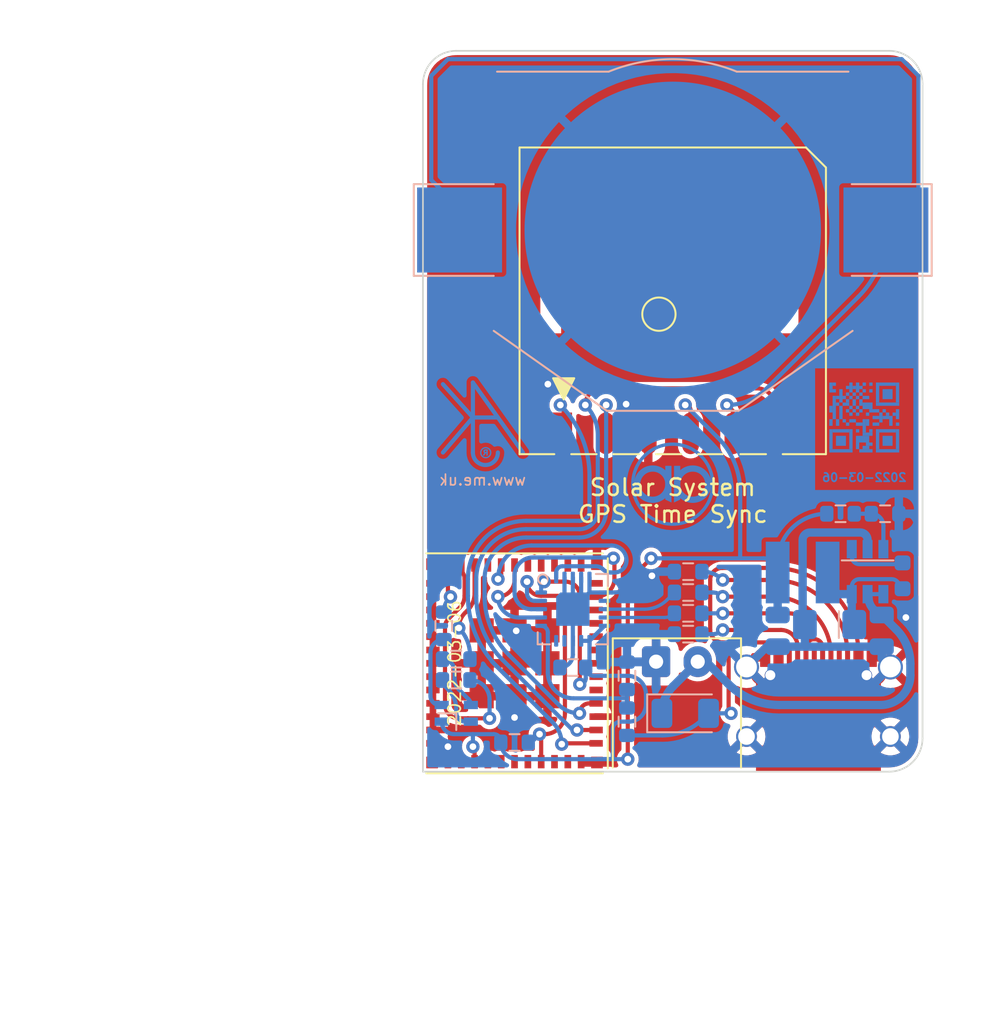
<source format=kicad_pcb>
(kicad_pcb (version 20211014) (generator pcbnew)
  (title_block (title "GPS reference") (date "${DATE}") (rev "5") (company "Adrian Kennard Andrews & Arnold Ltd") (comment 1 "www.me.uk") (comment 2 "@TheRealRevK"))
  (layers (0 "F.Cu" signal) (31 "B.Cu" signal) (34 "B.Paste" user) (35 "F.Paste" user) (36 "B.SilkS" user "B.Silkscreen") (37 "F.SilkS" user "F.Silkscreen") (38 "B.Mask" user) (39 "F.Mask" user) (44 "Edge.Cuts" user))
  (property "DATE" "2022-03-06")
  (net 0 "")
  (net 1 "D+")
  (net 2 "GND")
  (net 3 "D-")
  (net 4 "+3V3")
  (net 5 "VBUS")
  (net 6 "Net-(D2-Pad2)")
  (net 7 "O")
  (net 8 "I")
  (net 9 "Net-(D2-Pad3)")
  (net 10 "Net-(D2-Pad4)")
  (net 11 "Net-(J2-PadA5)")
  (net 12 "Net-(J2-PadA6)")
  (net 13 "EN")
  (net 14 "DC")
  (net 16 "BOOT")
  (net 17 "G")
  (net 18 "R")
  (net 19 "B")
  (net 20 "Net-(J2-PadB5)")
  (net 23 "TICK")
  (net 24 "Net-(BT1-Pad1)")
  (net 25 "GPSTX")
  (net 26 "GPSRX")
  (net 30 "Net-(R12-Pad2)")
  (net 33 "Net-(J2-PadA7)")
  (net 53 "Net-(R6-Pad2)")
  (footprint "RevK:USC16-TR-Round" (layer "F.Cu") (at 108.75 128.25)
    (fp_text reference "J2" hide)
    (fp_text value "USB-C")
  )
  (footprint "RevK:ESP32-PICO-MINI-02" (layer "F.Cu") (at 90.5 121.75 90)
    (fp_text reference "U2" hide)
    (fp_text value "ESP32-PICO-MINI-02")
  )
  (footprint "RevK:Molex_MiniSPOX_H2RA" (layer "F.Cu") (at 100.25 121.65)
    (fp_text reference "J1" hide)
    (fp_text value "DC")
  )
  (footprint "RevK:L86-M33" (layer "F.Cu") (at 100 100 -90)
    (fp_text reference "U1" hide)
    (fp_text value "L86-M33")
  )
  (footprint "RevK:QFN-20-1EP_4x4mm_P0.5mm_EP2.5x2.5mm" (layer "B.Cu") (at 94 118.5 -90)
    (fp_text reference "U3" hide)
    (fp_text value "FT231XQ")
  )
  (footprint "RevK:R_0603" (layer "B.Cu") (at 90.5 126.5)
    (fp_text reference "R1" hide)
    (fp_text value "10k")
  )
  (footprint "RevK:R_0603" (layer "B.Cu") (at 100.925 117.5 180)
    (fp_text reference "R5" hide)
    (fp_text value "27R")
  )
  (footprint "RevK:LED-RGB-1.6x1.6" (layer "B.Cu") (at 87 124.75 180)
    (fp_text reference "D2" hide)
    (fp_text value "LED_RGBA")
  )
  (footprint "RevK:R_0603" (layer "B.Cu") (at 100.925 116.25)
    (fp_text reference "R3" hide)
    (fp_text value "5K1")
  )
  (footprint "RevK:Hidden" (layer "B.Cu") (at 61.255 142.22 180)
    (fp_text reference "D3" hide)
    (fp_text value "Schottky")
  )
  (footprint "RevK:QR-SS" (layer "B.Cu") (at 111.5 107 180)
    (fp_text reference "U5" hide)
    (fp_text value "QR" hide)
  )
  (footprint "RevK:R_0603" (layer "B.Cu") (at 100.925 118.75 180)
    (fp_text reference "R4" hide)
    (fp_text value "27R")
  )
  (footprint "RevK:R_0603" (layer "B.Cu") (at 87 121.5)
    (fp_text reference "R10" hide)
    (fp_text value "2K")
  )
  (footprint "Diode_SMD:D_1206_3216Metric" (layer "B.Cu") (at 100.75 124.75)
    (fp_text reference "D1" hide)
    (fp_text value "D" hide)
  )
  (footprint "RevK:R_0603" (layer "B.Cu") (at 97.25 122.5 90)
    (fp_text reference "R7" hide)
    (fp_text value "10k")
  )
  (footprint "RevK:R_0603" (layer "B.Cu") (at 87 122.75)
    (fp_text reference "R9" hide)
    (fp_text value "680R")
  )
  (footprint "RevK:Hidden" (layer "B.Cu") (at 63.375 142.23 180)
    (fp_text reference "L1" hide)
    (fp_text value "6.8uH")
  )
  (footprint "RevK:RegulatorBlockFB" (layer "B.Cu") (at 111.7 116.25 180)
    (fp_text reference "U4" hide)
    (fp_text value "LMR16006+FB")
  )
  (footprint "RevK:Hidden" (layer "B.Cu") (at 67.615 142.23 180)
    (fp_text reference "C2" hide)
    (fp_text value "0.1uF")
  )
  (footprint "RevK:R_0603" (layer "B.Cu") (at 112.75 112.775 180)
    (fp_text reference "R12" hide)
    (fp_text value "3M 1% or NF")
  )
  (footprint "RevK:Hidden" (layer "B.Cu") (at 65.495 142.23 180)
    (fp_text reference "C3" hide)
    (fp_text value "2.2uF")
  )
  (footprint "RevK:Hidden" (layer "B.Cu") (at 62.885 125.115 180)
    (fp_text reference "C4" hide)
    (fp_text value "10uF")
  )
  (footprint "RevK:R_0603" (layer "B.Cu") (at 97.25 125.25 90)
    (fp_text reference "R6" hide)
    (fp_text value "4k7")
  )
  (footprint "RevK:R_0603" (layer "B.Cu") (at 86.25 119.5 90)
    (fp_text reference "R11" hide)
    (fp_text value "220R")
  )
  (footprint "RevK:AA" (layer "B.Cu") (at 100 111 180)
    (fp_text reference "Logo1" hide)
    (fp_text value "AA" hide)
  )
  (footprint "Battery:BatteryHolder_Keystone_3002_1x2032" (layer "B.Cu") (at 100 95.75 180)
    (fp_text reference "BT1" hide)
    (fp_text value "Battery_Cell")
  )
  (footprint "RevK:C_0603" (layer "B.Cu") (at 94 122 180)
    (fp_text reference "C1" hide)
    (fp_text value "0.1uF")
  )
  (footprint "RevK:R_0603" (layer "B.Cu") (at 100.925 120 180)
    (fp_text reference "R2" hide)
    (fp_text value "5K1")
  )
  (footprint "RevK:AJK" (layer "B.Cu") (at 88 107 180)
    (fp_text reference "Logo2" hide)
    (fp_text value "AJK" hide)
  )
  (footprint "RevK:R_0603" (layer "B.Cu") (at 110.075 112.775)
    (fp_text reference "R8" hide)
    (fp_text value "10M 1% or 0R")
  )
  (gr_arc (start 113 85) (mid 114.414214 85.585786) (end 115 87) (layer "Edge.Cuts") (width 0.1))
  (gr_line (start 87 85) (end 113 85) (layer "Edge.Cuts") (width 0.1))
  (gr_arc (start 115 126.25) (mid 114.414214 127.664214) (end 113 128.25) (layer "Edge.Cuts") (width 0.1))
  (gr_arc (start 85 87) (mid 85.585786 85.585786) (end 87 85) (layer "Edge.Cuts") (width 0.1))
  (gr_line (start 85 87) (end 85 128.25) (layer "Edge.Cuts") (width 0.1))
  (gr_line (start 113 128.25) (end 85 128.25) (layer "Edge.Cuts") (width 0.1))
  (gr_line (start 115 87) (end 115 126.25) (layer "Edge.Cuts") (width 0.1))
  (gr_text "Solar System\nGPS Time Sync" (at 100 112) (layer "F.SilkS") (effects (font (size 1 1))))
  (segment (start 100.1 117.5) (end 99.665686 117.934314) (width 0.2) (layer "B.Cu") (net 1))
  (segment (start 98.3 118.5) (end 95.9 118.5) (width 0.2) (layer "B.Cu") (net 1))
  (arc (start 99.665686 117.934314) (mid 99.039104 118.352983) (end 98.3 118.5) (width 0.2) (layer "B.Cu") (net 1))
  (via (at 90.5 125) (size 0.8) (drill 0.4) (layers "F.Cu" "B.Cu") (net 2))
  (via (at 86.5 126.75) (size 0.8) (drill 0.4) (layers "F.Cu" "B.Cu") (net 2))
  (via (at 90.6 119.8) (size 0.8) (drill 0.4) (layers "F.Cu" "B.Cu") (net 2))
  (via (at 98.75 116.5) (size 0.8) (drill 0.4) (layers "F.Cu" "B.Cu") (net 2))
  (via (at 92.5 105) (size 0.8) (drill 0.4) (layers "F.Cu" "B.Cu") (net 2))
  (via (at 97.2 106.2) (size 0.8) (drill 0.4) (layers "F.Cu" "B.Cu") (net 2))
  (via (at 114 119) (size 0.8) (drill 0.4) (layers "F.Cu" "B.Cu") (net 2))
  (segment (start 95.9 117.5) (end 96.335787 117.5) (width 0.25) (layer "B.Cu") (net 2))
  (segment (start 93.5 116.6) (end 93.5 118) (width 0.25) (layer "B.Cu") (net 2))
  (segment (start 94.5 116.6) (end 94.5 118) (width 0.25) (layer "B.Cu") (net 2))
  (segment (start 94 120.4) (end 94 121.225) (width 0.25) (layer "B.Cu") (net 2))
  (segment (start 95 116.6) (end 95 117.5) (width 0.25) (layer "B.Cu") (net 2))
  (segment (start 94 120.4) (end 94 118.5) (width 0.25) (layer "B.Cu") (net 2))
  (segment (start 93.5 118) (end 94 118.5) (width 0.25) (layer "B.Cu") (net 2))
  (segment (start 106.3 120.75) (end 105.65 120.75) (width 0.5) (layer "B.Cu") (net 2))
  (segment (start 112.55 120.75) (end 112.55 121.45) (width 0.5) (layer "B.Cu") (net 2))
  (segment (start 94 116.6) (end 94 118.5) (width 0.25) (layer "B.Cu") (net 2))
  (segment (start 113.575 112.775) (end 113.84952 113.04952) (width 0.25) (layer "B.Cu") (net 2))
  (segment (start 100.1 116.25) (end 99.353553 116.25) (width 0.25) (layer "B.Cu") (net 2))
  (segment (start 112.55 121.45) (end 113.07 121.97) (width 0.5) (layer "B.Cu") (net 2))
  (segment (start 105.65 120.75) (end 104.43 121.97) (width 0.5) (layer "B.Cu") (net 2))
  (segment (start 113.575 112.775) (end 113.875 112.775) (width 0.25) (layer "B.Cu") (net 2))
  (segment (start 94 118.5) (end 95 117.5) (width 0.25) (layer "B.Cu") (net 2))
  (segment (start 114.59952 113.49952) (end 114.59952 118.40048) (width 0.25) (layer "B.Cu") (net 2))
  (segment (start 95.9 117.5) (end 95 117.5) (width 0.25) (layer "B.Cu") (net 2))
  (arc (start 113.875 112.775) (mid 114.387313 112.987207) (end 114.59952 113.49952) (width 0.25) (layer "B.Cu") (net 2))
  (arc (start 114 119) (mid 114.423925 118.824405) (end 114.59952 118.40048) (width 0.25) (layer "B.Cu") (net 2))
  (arc (start 96.335787 117.5) (mid 97.64235 117.240108) (end 98.75 116.5) (width 0.25) (layer "B.Cu") (net 2))
  (arc (start 94 121.225) (mid 93.773008 121.773008) (end 93.225 122) (width 0.25) (layer "B.Cu") (net 2))
  (arc (start 99.353553 116.25) (mid 99.026913 116.314973) (end 98.75 116.5) (width 0.25) (layer "B.Cu") (net 2))
  (segment (start 99.496447 119) (end 95.9 119) (width 0.2) (layer "B.Cu") (net 3))
  (arc (start 100.1 118.75) (mid 99.823087 118.935027) (end 99.496447 119) (width 0.2) (layer "B.Cu") (net 3))
  (segment (start 101.07 107.95) (end 101.07 106.57) (width 0.25) (layer "F.Cu") (net 4))
  (segment (start 94.417851 123.006805) (end 94.417851 117.717851) (width 0.25) (layer "F.Cu") (net 4))
  (segment (start 92.2755 116.849502) (end 93.549502 116.849502) (width 0.25) (layer "F.Cu") (net 4))
  (segment (start 98.70048 115.45048) (end 98.253916 115.897044) (width 0.25) (layer "F.Cu") (net 4))
  (segment (start 88.1 127.65) (end 88.1 126.85) (width 0.25) (layer "F.Cu") (net 4))
  (segment (start 97.3 118.2) (end 97.3 127.5) (width 0.25) (layer "F.Cu") (net 4))
  (via (at 100.75 106.25) (size 0.8) (drill 0.4) (layers "F.Cu" "B.Cu") (net 4))
  (via (at 94.417851 123.006805) (size 0.8) (drill 0.4) (layers "F.Cu" "B.Cu") (net 4))
  (via (at 98.70048 115.45048) (size 0.8) (drill 0.4) (layers "F.Cu" "B.Cu") (net 4))
  (via (at 88 126.75) (size 0.8) (drill 0.4) (layers "F.Cu" "B.Cu") (net 4))
  (via (at 92.2755 116.849502) (size 0.8) (drill 0.4) (layers "F.Cu" "B.Cu") (net 4))
  (via (at 97.3 127.5) (size 0.8) (drill 0.4) (layers "F.Cu" "B.Cu") (net 4))
  (arc (start 94.417851 117.717851) (mid 94.163517 117.103836) (end 93.549502 116.849502) (width 0.25) (layer "F.Cu") (net 4))
  (arc (start 88.1 126.85) (mid 88.070711 126.779289) (end 88 126.75) (width 0.25) (layer "F.Cu") (net 4))
  (arc (start 101.07 106.57) (mid 100.976274 106.343726) (end 100.75 106.25) (width 0.25) (layer "F.Cu") (net 4))
  (arc (start 98.253916 115.897044) (mid 97.547915 116.953649) (end 97.3 118.2) (width 0.25) (layer "F.Cu") (net 4))
  (segment (start 106.3 116.3) (end 106.3 115.725) (width 0.25) (layer "B.Cu") (net 4))
  (segment (start 97.283566 122.5) (end 95.275 122.5) (width 0.25) (layer "B.Cu") (net 4))
  (segment (start 98.391783 124.208217) (end 98.391783 123.608217) (width 0.25) (layer "B.Cu") (net 4))
  (segment (start 96.858217 125.25) (end 97.35 125.25) (width 0.25) (layer "B.Cu") (net 4))
  (segment (start 95.5 127.5) (end 96.399502 127.5) (width 0.25) (layer "B.Cu") (net 4))
  (segment (start 104.04952 115.45048) (end 98.70048 115.45048) (width 0.25) (layer "B.Cu") (net 4))
  (segment (start 88 126.75) (end 88 126) (width 0.25) (layer "B.Cu") (net 4))
  (segment (start 104.04952 115.45048) (end 105.45048 115.45048) (width 0.25) (layer "B.Cu") (net 4))
  (segment (start 104.04952 111.45048) (end 104.04952 115.45048) (width 0.25) (layer "B.Cu") (net 4))
  (segment (start 95 121.775) (end 94.775 122) (width 0.25) (layer "B.Cu") (net 4))
  (segment (start 96.399502 127.5) (end 96.399502 125.708715) (width 0.25) (layer "B.Cu") (net 4))
  (segment (start 95.5 127.5) (end 97.3 127.5) (width 0.25) (layer "B.Cu") (net 4))
  (segment (start 95 120.4) (end 95.9 119.5) (width 0.25) (layer "B.Cu") (net 4))
  (segment (start 89.25 126) (end 88 126) (width 0.25) (layer "B.Cu") (net 4))
  (segment (start 90.675 127.5) (end 95.5 127.5) (width 0.25) (layer "B.Cu") (net 4))
  (segment (start 92.1 117.5) (end 92.1 117.025002) (width 0.25) (layer "B.Cu") (net 4))
  (segment (start 95 120.4) (end 95 121.775) (width 0.25) (layer "B.Cu") (net 4))
  (segment (start 94.775 122) (end 94.775 122.649656) (width 0.25) (layer "B.Cu") (net 4))
  (segment (start 88 126) (end 86.875 126) (width 0.25) (layer "B.Cu") (net 4))
  (segment (start 94.5 120.4) (end 95 120.4) (width 0.25) (layer "B.Cu") (net 4))
  (segment (start 89.675 126.5) (end 89.675 126.425) (width 0.25) (layer "B.Cu") (net 4))
  (segment (start 100.75 106.25) (end 102.705338 108.205338) (width 0.25) (layer "B.Cu") (net 4))
  (arc (start 94.775 122.649656) (mid 94.670393 122.902198) (end 94.417851 123.006805) (width 0.25) (layer "B.Cu") (net 4))
  (arc (start 106.3 115.725) (mid 107.164035 113.639035) (end 109.25 112.775) (width 0.25) (layer "B.Cu") (net 4))
  (arc (start 105.45048 115.45048) (mid 106.051181 115.699299) (end 106.3 116.3) (width 0.25) (layer "B.Cu") (net 4))
  (arc (start 89.675 126.425) (mid 89.55052 126.12448) (end 89.25 126) (width 0.25) (layer "B.Cu") (net 4))
  (arc (start 94.775 122) (mid 94.921447 122.353553) (end 95.275 122.5) (width 0.25) (layer "B.Cu") (net 4))
  (arc (start 97.35 125.25) (mid 98.086652 124.944869) (end 98.391783 124.208217) (width 0.25) (layer "B.Cu") (net 4))
  (arc (start 102.705338 108.205338) (mid 103.700178 109.694222) (end 104.04952 111.45048) (width 0.25) (layer "B.Cu") (net 4))
  (arc (start 96.399502 125.708715) (mid 96.533857 125.384355) (end 96.858217 125.25) (width 0.25) (layer "B.Cu") (net 4))
  (arc (start 98.391783 123.608217) (mid 98.067194 122.824589) (end 97.283566 122.5) (width 0.25) (layer "B.Cu") (net 4))
  (arc (start 92.1 117.025002) (mid 92.151403 116.900905) (end 92.2755 116.849502) (width 0.25) (layer "B.Cu") (net 4))
  (arc (start 89.675 126.5) (mid 89.967893 127.207107) (end 90.675 127.5) (width 0.25) (layer "B.Cu") (net 4))
  (arc (start 86.875 126) (mid 86.34467 125.78033) (end 86.125 125.25) (width 0.25) (layer "B.Cu") (net 4))
  (segment (start 102.25 116.75) (end 102.25 119.75) (width 0.25) (layer "F.Cu") (net 5))
  (segment (start 102.995489 120.495489) (end 103.254511 120.495489) (width 0.25) (layer "F.Cu") (net 5))
  (segment (start 106.35 120.75) (end 106.35 121.39) (width 0.25) (layer "F.Cu") (net 5))
  (segment (start 103.355489 120.596467) (end 103.355489 124.605489) (width 0.25) (layer "F.Cu") (net 5))
  (segment (start 103.254511 120.495489) (end 106.095489 120.495489) (width 0.25) (layer "F.Cu") (net 5))
  (segment (start 111.15 121.39) (end 111.15 121.15) (width 0.25) (layer "F.Cu") (net 5))
  (segment (start 106.025499 116.025499) (end 102.974501 116.025499) (width 0.25) (layer "F.Cu") (net 5))
  (via (at 103.5 124.75) (size 0.8) (drill 0.4) (layers "F.Cu" "B.Cu") (net 5))
  (arc (start 103.355489 124.605489) (mid 103.397815 124.707674) (end 103.5 124.75) (width 0.25) (layer "F.Cu") (net 5))
  (arc (start 102.974501 116.025499) (mid 102.462201 116.2377) (end 102.25 116.75) (width 0.25) (layer "F.Cu") (net 5))
  (arc (start 111.15 121.15) (mid 109.649068 117.526431) (end 106.025499 116.025499) (width 0.25) (layer "F.Cu") (net 5))
  (arc (start 106.095489 120.495489) (mid 106.275455 120.570034) (end 106.35 120.75) (width 0.25) (layer "F.Cu") (net 5))
  (arc (start 102.25 119.75) (mid 102.468349 120.27714) (end 102.995489 120.495489) (width 0.25) (layer "F.Cu") (net 5))
  (segment (start 102.15 124.75) (end 101.850306 125.049694) (width 0.25) (layer "B.Cu") (net 5))
  (segment (start 99.375 126.075) (end 97.25 126.075) (width 0.25) (layer "B.Cu") (net 5))
  (segment (start 103.5 124.75) (end 102.15 124.75) (width 0.25) (layer "B.Cu") (net 5))
  (arc (start 101.850306 125.049694) (mid 100.714626 125.808532) (end 99.375 126.075) (width 0.25) (layer "B.Cu") (net 5))
  (segment (start 86.175 122.75) (end 86.175 122.975978) (width 0.25) (layer "B.Cu") (net 6))
  (segment (start 87.875 125.25) (end 87.550978 125.25) (width 0.25) (layer "B.Cu") (net 6))
  (segment (start 86.505717 123.306696) (end 86.499511 123.300489) (width 0.25) (layer "B.Cu") (net 6))
  (segment (start 87 124.5) (end 87 124.699022) (width 0.25) (layer "B.Cu") (net 6))
  (segment (start 86.175 122.975978) (end 86.499511 123.300489) (width 0.25) (layer "B.Cu") (net 6))
  (arc (start 87 124.5) (mid 86.87154 123.854188) (end 86.505717 123.306696) (width 0.25) (layer "B.Cu") (net 6))
  (arc (start 87.550978 125.25) (mid 87.161378 125.088622) (end 87 124.699022) (width 0.25) (layer "B.Cu") (net 6))
  (segment (start 89.7 115.85) (end 89.7 116.500801) (width 0.25) (layer "F.Cu") (net 7))
  (via (at 89.505834 116.694967) (size 0.8) (drill 0.4) (layers "F.Cu" "B.Cu") (net 7))
  (arc (start 89.7 116.500801) (mid 89.64313 116.638097) (end 89.505834 116.694967) (width 0.25) (layer "F.Cu") (net 7))
  (segment (start 95.378672 115.92548) (end 93.37452 115.92548) (width 0.25) (layer "B.Cu") (net 7))
  (segment (start 93 116.3) (end 93 116.6) (width 0.25) (layer "B.Cu") (net 7))
  (segment (start 91.519818 114.680983) (end 96.329985 114.680983) (width 0.25) (layer "B.Cu") (net 7))
  (segment (start 96.5 116.3) (end 96.282842 116.3) (width 0.25) (layer "B.Cu") (net 7))
  (arc (start 93.37452 115.92548) (mid 93.109694 116.035174) (end 93 116.3) (width 0.25) (layer "B.Cu") (net 7))
  (arc (start 89.505834 116.694967) (mid 90.095716 115.270865) (end 91.519818 114.680983) (width 0.25) (layer "B.Cu") (net 7))
  (arc (start 97.224501 115.575499) (mid 97.0123 116.087799) (end 96.5 116.3) (width 0.25) (layer "B.Cu") (net 7))
  (arc (start 96.282842 116.3) (mid 96.02153 116.248022) (end 95.8 116.1) (width 0.25) (layer "B.Cu") (net 7))
  (arc (start 96.329985 114.680983) (mid 96.962503 114.942981) (end 97.224501 115.575499) (width 0.25) (layer "B.Cu") (net 7))
  (arc (start 95.8 116.1) (mid 95.606693 115.970837) (end 95.378672 115.92548) (width 0.25) (layer "B.Cu") (net 7))
  (segment (start 90.5 115.85) (end 90.5 116.75) (width 0.25) (layer "F.Cu") (net 8))
  (via (at 89.5 117.75) (size 0.8) (drill 0.4) (layers "F.Cu" "B.Cu") (net 8))
  (arc (start 90.5 116.75) (mid 90.207107 117.457107) (end 89.5 117.75) (width 0.25) (layer "F.Cu") (net 8))
  (segment (start 92.1 119) (end 90.75 119) (width 0.25) (layer "B.Cu") (net 8))
  (arc (start 90.75 119) (mid 89.866117 118.633883) (end 89.5 117.75) (width 0.25) (layer "B.Cu") (net 8))
  (segment (start 86.89952 122.22452) (end 86.89952 122.69952) (width 0.25) (layer "B.Cu") (net 9))
  (segment (start 87.157808 123.323082) (end 87.726701 123.891975) (width 0.25) (layer "B.Cu") (net 9))
  (arc (start 86.175 121.5) (mid 86.687313 121.712207) (end 86.89952 122.22452) (width 0.25) (layer "B.Cu") (net 9))
  (arc (start 86.89952 122.69952) (mid 86.966647 123.03699) (end 87.157808 123.323082) (width 0.25) (layer "B.Cu") (net 9))
  (arc (start 87.726701 123.891975) (mid 87.836458 124.056238) (end 87.875 124.25) (width 0.25) (layer "B.Cu") (net 9))
  (segment (start 86.125 124.25) (end 86 124.25) (width 0.25) (layer "B.Cu") (net 10))
  (segment (start 85.45048 123.70048) (end 85.45048 121.14952) (width 0.25) (layer "B.Cu") (net 10))
  (segment (start 85.45048 121.14952) (end 85.45048 121.12452) (width 0.25) (layer "B.Cu") (net 10))
  (arc (start 86 124.25) (mid 85.611431 124.089049) (end 85.45048 123.70048) (width 0.25) (layer "B.Cu") (net 10))
  (arc (start 85.45048 121.12452) (mid 85.684654 120.559174) (end 86.25 120.325) (width 0.25) (layer "B.Cu") (net 10))
  (segment (start 106.495006 119.75) (end 103 119.75) (width 0.25) (layer "F.Cu") (net 11))
  (segment (start 107.5 121.39) (end 107.5 120.754994) (width 0.25) (layer "F.Cu") (net 11))
  (via (at 103 119.75) (size 0.8) (drill 0.4) (layers "F.Cu" "B.Cu") (net 11))
  (arc (start 107.5 120.754994) (mid 107.205644 120.044356) (end 106.495006 119.75) (width 0.25) (layer "F.Cu") (net 11))
  (segment (start 101.75 120) (end 102.396447 120) (width 0.25) (layer "B.Cu") (net 11))
  (arc (start 102.396447 120) (mid 102.723088 119.935027) (end 103 119.75) (width 0.25) (layer "B.Cu") (net 11))
  (segment (start 103 117.75) (end 106 117.75) (width 0.25) (layer "F.Cu") (net 12))
  (segment (start 108.5 121.39) (end 108.5 121.9) (width 0.25) (layer "F.Cu") (net 12))
  (segment (start 109.5 121.39) (end 109.5 121.25) (width 0.25) (layer "F.Cu") (net 12))
  (segment (start 109.5 121.9) (end 109.5 121.39) (width 0.25) (layer "F.Cu") (net 12))
  (via (at 103 117.75) (size 0.8) (drill 0.4) (layers "F.Cu" "B.Cu") (net 12))
  (arc (start 109 122.4) (mid 109.353553 122.253553) (end 109.5 121.9) (width 0.25) (layer "F.Cu") (net 12))
  (arc (start 108.5 121.9) (mid 108.646447 122.253553) (end 109 122.4) (width 0.25) (layer "F.Cu") (net 12))
  (arc (start 109.5 121.25) (mid 108.474874 118.775126) (end 106 117.75) (width 0.25) (layer "F.Cu") (net 12))
  (segment (start 101.75 117.5) (end 102.396447 117.5) (width 0.25) (layer "B.Cu") (net 12))
  (arc (start 102.396447 117.5) (mid 102.723087 117.564973) (end 103 117.75) (width 0.25) (layer "B.Cu") (net 12))
  (segment (start 91.25 116.85) (end 91.25 116.849502) (width 0.25) (layer "F.Cu") (net 13))
  (segment (start 93.524511 124.774511) (end 93.524511 118.124511) (width 0.25) (layer "F.Cu") (net 13))
  (segment (start 92.1 127.65) (end 92.1 126.1) (width 0.25) (layer "F.Cu") (net 13))
  (segment (start 92.1 126.1) (end 92 126) (width 0.25) (layer "F.Cu") (net 13))
  (segment (start 92 126) (end 92.299022 126) (width 0.25) (layer "F.Cu") (net 13))
  (segment (start 93.1 117.7) (end 92.1 117.7) (width 0.25) (layer "F.Cu") (net 13))
  (via (at 91.25 116.849502) (size 0.8) (drill 0.4) (layers "F.Cu" "B.Cu") (net 13))
  (via (at 92 126) (size 0.8) (drill 0.4) (layers "F.Cu" "B.Cu") (net 13))
  (arc (start 93.524511 118.124511) (mid 93.400175 117.824336) (end 93.1 117.7) (width 0.25) (layer "F.Cu") (net 13))
  (arc (start 92.1 117.7) (mid 91.498959 117.451041) (end 91.25 116.85) (width 0.25) (layer "F.Cu") (net 13))
  (arc (start 92.299022 126) (mid 93.165574 125.641063) (end 93.524511 124.774511) (width 0.25) (layer "F.Cu") (net 13))
  (segment (start 91.25 117.547328) (end 91.25 116.849502) (width 0.25) (layer "B.Cu") (net 13))
  (segment (start 92.1 118) (end 91.702672 118) (width 0.25) (layer "B.Cu") (net 13))
  (segment (start 92 126) (end 91.623744 126.376256) (width 0.25) (layer "B.Cu") (net 13))
  (arc (start 91.702672 118) (mid 91.382585 117.867415) (end 91.25 117.547328) (width 0.25) (layer "B.Cu") (net 13))
  (arc (start 91.623744 126.376256) (mid 91.486679 126.46784) (end 91.325 126.5) (width 0.25) (layer "B.Cu") (net 13))
  (segment (start 112.55 118.85) (end 113.420982 119.720982) (width 0.5) (layer "B.Cu") (net 14))
  (segment (start 102 121.65) (end 101.5 121.65) (width 0.5) (layer "B.Cu") (net 14))
  (segment (start 114.269511 121.769511) (end 114.269511 122.466855) (width 0.5) (layer "B.Cu") (net 14))
  (segment (start 103.325 122.975) (end 102 121.65) (width 0.5) (layer "B.Cu") (net 14))
  (segment (start 112.486366 124.25) (end 106.403122 124.25) (width 0.5) (layer "B.Cu") (net 14))
  (segment (start 101.5 121.65) (end 100.021752 123.128248) (width 0.5) (layer "B.Cu") (net 14))
  (segment (start 112.65 117.6) (end 111.7 117.6) (width 0.25) (layer "B.Cu") (net 14))
  (arc (start 114.269511 122.466855) (mid 113.74724 123.727729) (end 112.486366 124.25) (width 0.5) (layer "B.Cu") (net 14))
  (arc (start 106.403122 124.25) (mid 104.737254 123.918638) (end 103.325 122.975) (width 0.5) (layer "B.Cu") (net 14))
  (arc (start 113.420982 119.720982) (mid 114.048985 120.660855) (end 114.269511 121.769511) (width 0.5) (layer "B.Cu") (net 14))
  (arc (start 100.021752 123.128248) (mid 99.524583 123.872314) (end 99.35 124.75) (width 0.5) (layer "B.Cu") (net 14))
  (segment (start 96.498145 115.508992) (end 96.432724 115.443571) (width 0.25) (layer "F.Cu") (net 16))
  (segment (start 96.498145 116.746075) (end 96.498145 115.508992) (width 0.25) (layer "F.Cu") (net 16))
  (via (at 96.432724 115.443571) (size 0.8) (drill 0.4) (layers "F.Cu" "B.Cu") (net 16))
  (arc (start 95.4 117.75) (mid 96.143149 117.461004) (end 96.498145 116.746075) (width 0.25) (layer "F.Cu") (net 16))
  (segment (start 96.389153 115.4) (end 96.432724 115.443571) (width 0.25) (layer "B.Cu") (net 16))
  (segment (start 91.6 115.4) (end 96.389153 115.4) (width 0.25) (layer "B.Cu") (net 16))
  (segment (start 90.5 117.5) (end 90.5 116.5) (width 0.25) (layer "B.Cu") (net 16))
  (segment (start 92.1 118.5) (end 91.5 118.5) (width 0.25) (layer "B.Cu") (net 16))
  (arc (start 91.5 118.5) (mid 90.792893 118.207107) (end 90.5 117.5) (width 0.25) (layer "B.Cu") (net 16))
  (arc (start 90.5 116.5) (mid 90.822183 115.722183) (end 91.6 115.4) (width 0.25) (layer "B.Cu") (net 16))
  (segment (start 88.1 117.54896) (end 88.1 115.85) (width 0.25) (layer "F.Cu") (net 17))
  (segment (start 87.528771 118.721229) (end 87.675 118.575) (width 0.25) (layer "F.Cu") (net 17))
  (via (at 87.152514 119.629594) (size 0.8) (drill 0.4) (layers "F.Cu" "B.Cu") (net 17))
  (arc (start 87.675 118.575) (mid 87.989546 118.104249) (end 88.1 117.54896) (width 0.25) (layer "F.Cu") (net 17))
  (arc (start 87.152514 119.629594) (mid 87.2503 119.13799) (end 87.528771 118.721229) (width 0.25) (layer "F.Cu") (net 17))
  (segment (start 87.825 121.5) (end 87.825 121.253118) (width 0.25) (layer "B.Cu") (net 17))
  (arc (start 87.825 121.253118) (mid 87.650227 120.374473) (end 87.152514 119.629594) (width 0.25) (layer "B.Cu") (net 17))
  (segment (start 87.700498 125.049502) (end 87.149502 125.049502) (width 0.25) (layer "F.Cu") (net 18))
  (segment (start 89 125.0495) (end 87.7005 125.0495) (width 0.25) (layer "F.Cu") (net 18))
  (segment (start 87.5 117.7) (end 87.5 116.682842) (width 0.25) (layer "F.Cu") (net 18))
  (segment (start 87.107148 118.507148) (end 87.207048 118.407247) (width 0.25) (layer "F.Cu") (net 18))
  (segment (start 86.526534 119.087762) (end 87.107148 118.507148) (width 0.25) (layer "F.Cu") (net 18))
  (segment (start 87.7005 125.0495) (end 87.700498 125.049502) (width 0.25) (layer "F.Cu") (net 18))
  (segment (start 86.324511 124.224511) (end 86.324511 119.575489) (width 0.25) (layer "F.Cu") (net 18))
  (segment (start 87.3 116.2) (end 87.3 115.85) (width 0.25) (layer "F.Cu") (net 18))
  (via (at 89 125.0495) (size 0.8) (drill 0.4) (layers "F.Cu" "B.Cu") (net 18))
  (arc (start 86.324511 119.575489) (mid 86.377015 119.311533) (end 86.526534 119.087762) (width 0.25) (layer "F.Cu") (net 18))
  (arc (start 87.207048 118.407247) (mid 87.423864 118.08276) (end 87.5 117.7) (width 0.25) (layer "F.Cu") (net 18))
  (arc (start 87.149502 125.049502) (mid 86.566145 124.807868) (end 86.324511 124.224511) (width 0.25) (layer "F.Cu") (net 18))
  (arc (start 87.5 116.682842) (mid 87.448022 116.42153) (end 87.3 116.2) (width 0.25) (layer "F.Cu") (net 18))
  (segment (start 89 123.925) (end 89 125.0495) (width 0.25) (layer "B.Cu") (net 18))
  (arc (start 87.825 122.75) (mid 88.65585 123.09415) (end 89 123.925) (width 0.25) (layer "B.Cu") (net 18))
  (segment (start 86.5 115.85) (end 86.5 117.605676) (width 0.25) (layer "F.Cu") (net 19))
  (via (at 86.651978 117.757654) (size 0.8) (drill 0.4) (layers "F.Cu" "B.Cu") (net 19))
  (arc (start 86.5 117.605676) (mid 86.544513 117.713141) (end 86.651978 117.757654) (width 0.25) (layer "F.Cu") (net 19))
  (segment (start 86.651978 117.757654) (end 86.614421 117.795211) (width 0.25) (layer "B.Cu") (net 19))
  (arc (start 86.614421 117.795211) (mid 86.34471 118.198861) (end 86.25 118.675) (width 0.25) (layer "B.Cu") (net 19))
  (segment (start 110.5 121.39) (end 110.5 121.25) (width 0.25) (layer "F.Cu") (net 20))
  (segment (start 106 116.75) (end 103 116.75) (width 0.25) (layer "F.Cu") (net 20))
  (via (at 103 116.75) (size 0.8) (drill 0.4) (layers "F.Cu" "B.Cu") (net 20))
  (arc (start 110.5 121.25) (mid 109.181981 118.068019) (end 106 116.75) (width 0.25) (layer "F.Cu") (net 20))
  (segment (start 101.75 116.25) (end 101.792894 116.25) (width 0.25) (layer "B.Cu") (net 20))
  (arc (start 101.792894 116.25) (mid 102.446175 116.379946) (end 103 116.75) (width 0.25) (layer "B.Cu") (net 20))
  (segment (start 95.75 105.25) (end 105.05 105.25) (width 0.25) (layer "F.Cu") (net 23))
  (segment (start 106.15 106.35) (end 106.15 107.95) (width 0.25) (layer "F.Cu") (net 23))
  (segment (start 95.4 125.75) (end 94.25 125.75) (width 0.25) (layer "F.Cu") (net 23))
  (via (at 94.75 106.25) (size 0.8) (drill 0.4) (layers "F.Cu" "B.Cu") (net 23))
  (via (at 94.25 125.75) (size 0.8) (drill 0.4) (layers "F.Cu" "B.Cu") (net 23))
  (arc (start 94.75 106.25) (mid 95.042893 105.542893) (end 95.75 105.25) (width 0.25) (layer "F.Cu") (net 23))
  (arc (start 105.05 105.25) (mid 105.827817 105.572183) (end 106.15 106.35) (width 0.25) (layer "F.Cu") (net 23))
  (segment (start 88.2 117.7) (end 88.2 116.7) (width 0.25) (layer "B.Cu") (net 23))
  (segment (start 94.25 125.75) (end 93.988545 125.75) (width 0.25) (layer "B.Cu") (net 23))
  (segment (start 95.5 112.6) (end 95.5 108.06066) (width 0.25) (layer "B.Cu") (net 23))
  (segment (start 91.2 113.7) (end 94.4 113.7) (width 0.25) (layer "B.Cu") (net 23))
  (segment (start 93.988545 125.75) (end 89.79909 121.560544) (width 0.25) (layer "B.Cu") (net 23))
  (arc (start 95.5 108.06066) (mid 95.305081 107.080738) (end 94.75 106.25) (width 0.25) (layer "B.Cu") (net 23))
  (arc (start 88.2 116.7) (mid 89.07868 114.57868) (end 91.2 113.7) (width 0.25) (layer "B.Cu") (net 23))
  (arc (start 94.4 113.7) (mid 95.177817 113.377817) (end 95.5 112.6) (width 0.25) (layer "B.Cu") (net 23))
  (arc (start 89.79909 121.560544) (mid 88.61559 119.789312) (end 88.2 117.7) (width 0.25) (layer "B.Cu") (net 23))
  (segment (start 103.61 107.95) (end 103.61 106.61) (width 0.25) (layer "F.Cu") (net 24))
  (segment (start 103.61 106.61) (end 103.25 106.25) (width 0.25) (layer "F.Cu") (net 24))
  (via (at 103.25 106.25) (size 0.8) (drill 0.4) (layers "F.Cu" "B.Cu") (net 24))
  (segment (start 114.75 93.8) (end 112.8 95.75) (width 0.25) (layer "B.Cu") (net 24))
  (segment (start 110.2 100.7) (end 111.138299 99.761701) (width 0.25) (layer "B.Cu") (net 24))
  (segment (start 87.2 94.45) (end 85.5 92.75) (width 0.25) (layer "B.Cu") (net 24))
  (segment (start 113.75 85.5) (end 114.75 86.5) (width 0.25) (layer "B.Cu") (net 24))
  (segment (start 86.5 85.5) (end 113.75 85.5) (width 0.25) (layer "B.Cu") (net 24))
  (segment (start 85.5 92.75) (end 85.5 86.5) (width 0.25) (layer "B.Cu") (net 24))
  (segment (start 114.75 86.5) (end 114.75 93.8) (width 0.25) (layer "B.Cu") (net 24))
  (segment (start 87.2 95.75) (end 87.2 94.45) (width 0.25) (layer "B.Cu") (net 24))
  (segment (start 85.5 86.5) (end 86.5 85.5) (width 0.25) (layer "B.Cu") (net 24))
  (segment (start 105.63995 105.260051) (end 110.2 100.7) (width 0.25) (layer "B.Cu") (net 24))
  (arc (start 103.25 106.25) (mid 104.543431 105.992721) (end 105.63995 105.260051) (width 0.25) (layer "B.Cu") (net 24))
  (arc (start 111.138299 99.761701) (mid 112.368138 97.921117) (end 112.8 95.75) (width 0.25) (layer "B.Cu") (net 24))
  (segment (start 95.4 124.15) (end 95.000498 124.15) (width 0.25) (layer "F.Cu") (net 25))
  (segment (start 95.99 107.95) (end 95.99 106.26) (width 0.25) (layer "F.Cu") (net 25))
  (via (at 96 106.25) (size 0.8) (drill 0.4) (layers "F.Cu" "B.Cu") (net 25))
  (via (at 94.400498 124.75) (size 0.8) (drill 0.4) (layers "F.Cu" "B.Cu") (net 25))
  (arc (start 95.000498 124.15) (mid 94.576234 124.325736) (end 94.400498 124.75) (width 0.25) (layer "F.Cu") (net 25))
  (arc (start 95.99 106.26) (mid 95.992929 106.252929) (end 96 106.25) (width 0.25) (layer "F.Cu") (net 25))
  (segment (start 91.2 114.2) (end 94.4 114.2) (width 0.25) (layer "B.Cu") (net 25))
  (segment (start 88.699901 117.699901) (end 88.699901 116.700099) (width 0.25) (layer "B.Cu") (net 25))
  (segment (start 96 112.6) (end 96 106.25) (width 0.25) (layer "B.Cu") (net 25))
  (segment (start 93.007187 124.092813) (end 90.174662 121.260288) (width 0.25) (layer "B.Cu") (net 25))
  (segment (start 93.143854 124.229481) (end 93.007187 124.092813) (width 0.25) (layer "B.Cu") (net 25))
  (arc (start 88.699901 116.700099) (mid 89.432163 114.932262) (end 91.2 114.2) (width 0.25) (layer "B.Cu") (net 25))
  (arc (start 94.400498 124.75) (mid 93.720407 124.614722) (end 93.143854 124.229481) (width 0.25) (layer "B.Cu") (net 25))
  (arc (start 90.174662 121.260288) (mid 89.083179 119.626769) (end 88.699901 117.699901) (width 0.25) (layer "B.Cu") (net 25))
  (arc (start 94.4 114.2) (mid 95.531371 113.731371) (end 96 112.6) (width 0.25) (layer "B.Cu") (net 25))
  (segment (start 95.4 126.55) (end 93.384303 126.55) (width 0.25) (layer "F.Cu") (net 26))
  (segment (start 93.45 107.95) (end 93.45 106.45) (width 0.25) (layer "F.Cu") (net 26))
  (via (at 93.25 106.25) (size 0.8) (drill 0.4) (layers "F.Cu" "B.Cu") (net 26))
  (via (at 93.333989 126.600314) (size 0.8) (drill 0.4) (layers "F.Cu" "B.Cu") (net 26))
  (arc (start 93.45 106.45) (mid 93.391421 106.308579) (end 93.25 106.25) (width 0.25) (layer "F.Cu") (net 26))
  (arc (start 93.384303 126.55) (mid 93.348726 126.564737) (end 93.333989 126.600314) (width 0.25) (layer "F.Cu") (net 26))
  (segment (start 91.449933 123.950067) (end 89.467862 121.967996) (width 0.25) (layer "B.Cu") (net 26))
  (segment (start 92.79221 125.292344) (end 91.449933 123.950067) (width 0.25) (layer "B.Cu") (net 26))
  (segment (start 95 112.6) (end 95 110.474873) (width 0.25) (layer "B.Cu") (net 26))
  (segment (start 89.649933 122.150067) (end 89.142856 121.64299) (width 0.25) (layer "B.Cu") (net 26))
  (segment (start 91.449933 123.950067) (end 89.649933 122.150067) (width 0.25) (layer "B.Cu") (net 26))
  (segment (start 87.7 117.7) (end 87.7 116.7) (width 0.25) (layer "B.Cu") (net 26))
  (segment (start 91.2 113.2) (end 94.4 113.2) (width 0.25) (layer "B.Cu") (net 26))
  (arc (start 94.4 113.2) (mid 94.824264 113.024264) (end 95 112.6) (width 0.25) (layer "B.Cu") (net 26))
  (arc (start 89.467862 121.967996) (mid 88.159452 120.009823) (end 87.7 117.7) (width 0.25) (layer "B.Cu") (net 26))
  (arc (start 93.333989 126.600314) (mid 93.193185 125.892446) (end 92.79221 125.292344) (width 0.25) (layer "B.Cu") (net 26))
  (arc (start 87.7 116.7) (mid 88.725126 114.225126) (end 91.2 113.2) (width 0.25) (layer "B.Cu") (net 26))
  (arc (start 95 110.474873) (mid 94.54519 108.188388) (end 93.25 106.25) (width 0.25) (layer "B.Cu") (net 26))
  (segment (start 110.9 112.775) (end 111.925 112.775) (width 0.25) (layer "B.Cu") (net 30))
  (segment (start 112.65 113.5) (end 112.65 114.9) (width 0.25) (layer "B.Cu") (net 30))
  (arc (start 111.925 112.775) (mid 112.437652 112.987348) (end 112.65 113.5) (width 0.25) (layer "B.Cu") (net 30))
  (segment (start 109 120.8) (end 109 121.39) (width 0.25) (layer "F.Cu") (net 33))
  (segment (start 108 121.39) (end 108 120.8) (width 0.25) (layer "F.Cu") (net 33))
  (segment (start 106.95 118.75) (end 103 118.75) (width 0.25) (layer "F.Cu") (net 33))
  (via (at 103 118.75) (size 0.8) (drill 0.4) (layers "F.Cu" "B.Cu") (net 33))
  (arc (start 108 120.8) (mid 108.146447 120.446447) (end 108.5 120.3) (width 0.25) (layer "F.Cu") (net 33))
  (arc (start 108.5 120.3) (mid 108.046016 119.203984) (end 106.95 118.75) (width 0.25) (layer "F.Cu") (net 33))
  (arc (start 108.5 120.3) (mid 108.853553 120.446447) (end 109 120.8) (width 0.25) (layer "F.Cu") (net 33))
  (segment (start 101.75 118.75) (end 103 118.75) (width 0.25) (layer "B.Cu") (net 33))
  (segment (start 97.25 123.95) (end 97.25 123.85) (width 0.25) (layer "B.Cu") (net 53))
  (segment (start 97.25 123.85) (end 97.25 123.325) (width 0.25) (layer "B.Cu") (net 53))
  (segment (start 92.500482 122.300482) (end 92.500482 119.900482) (width 0.25) (layer "B.Cu") (net 53))
  (segment (start 97.25 124.425) (end 97.25 123.95) (width 0.25) (layer "B.Cu") (net 53))
  (segment (start 97.25 123.85) (end 94.05 123.85) (width 0.25) (layer "B.Cu") (net 53))
  (arc (start 92.500482 119.900482) (mid 92.383184 119.617298) (end 92.1 119.5) (width 0.25) (layer "B.Cu") (net 53))
  (arc (start 94.05 123.85) (mid 92.954325 123.396157) (end 92.500482 122.300482) (width 0.25) (layer "B.Cu") (net 53))
  (zone (net 2) (net_name "GND") (layers F&B.Cu) (connect_pads (clearance 0.254)) (min_thickness 0.254) (fill yes (thermal_gap 0.508) (thermal_bridge_width 0.508))
    (polygon (pts (xy 115.25 128.25) (xy 85 128.25) (xy 85 85) (xy 115 85)))
  )
)
</source>
